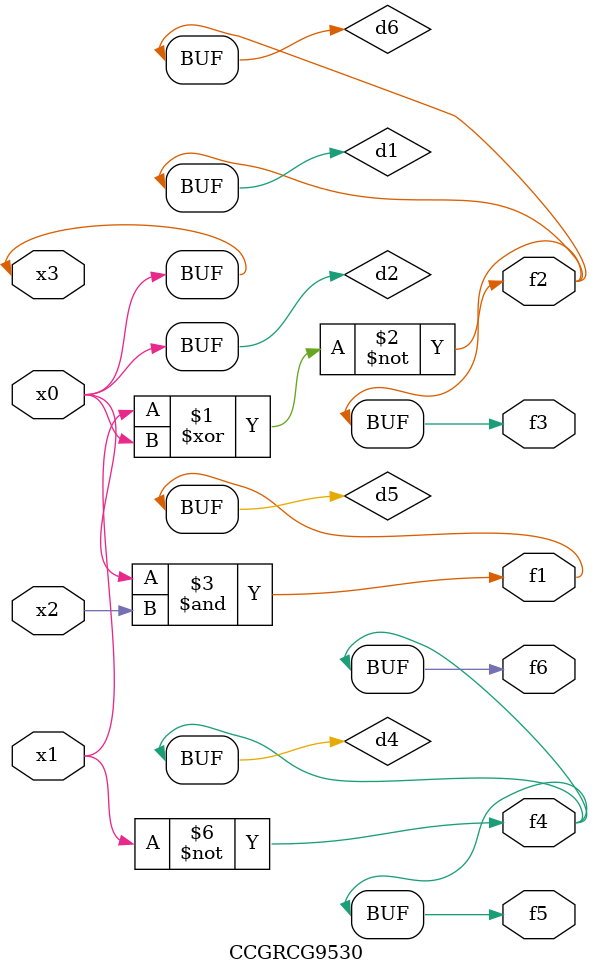
<source format=v>
module CCGRCG9530(
	input x0, x1, x2, x3,
	output f1, f2, f3, f4, f5, f6
);

	wire d1, d2, d3, d4, d5, d6;

	xnor (d1, x1, x3);
	buf (d2, x0, x3);
	nand (d3, x0, x2);
	not (d4, x1);
	nand (d5, d3);
	or (d6, d1);
	assign f1 = d5;
	assign f2 = d6;
	assign f3 = d6;
	assign f4 = d4;
	assign f5 = d4;
	assign f6 = d4;
endmodule

</source>
